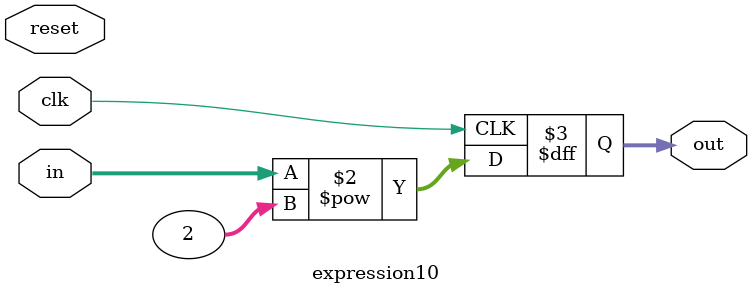
<source format=v>
module expression10
  #(parameter integer WIDTH = 8)
  (input wire             reset,
   input wire             clk,
   input wire [WIDTH-1:0] in,
   output reg [WIDTH-1:0] out);

   always @(posedge clk) out <= in ** 2;

endmodule

</source>
